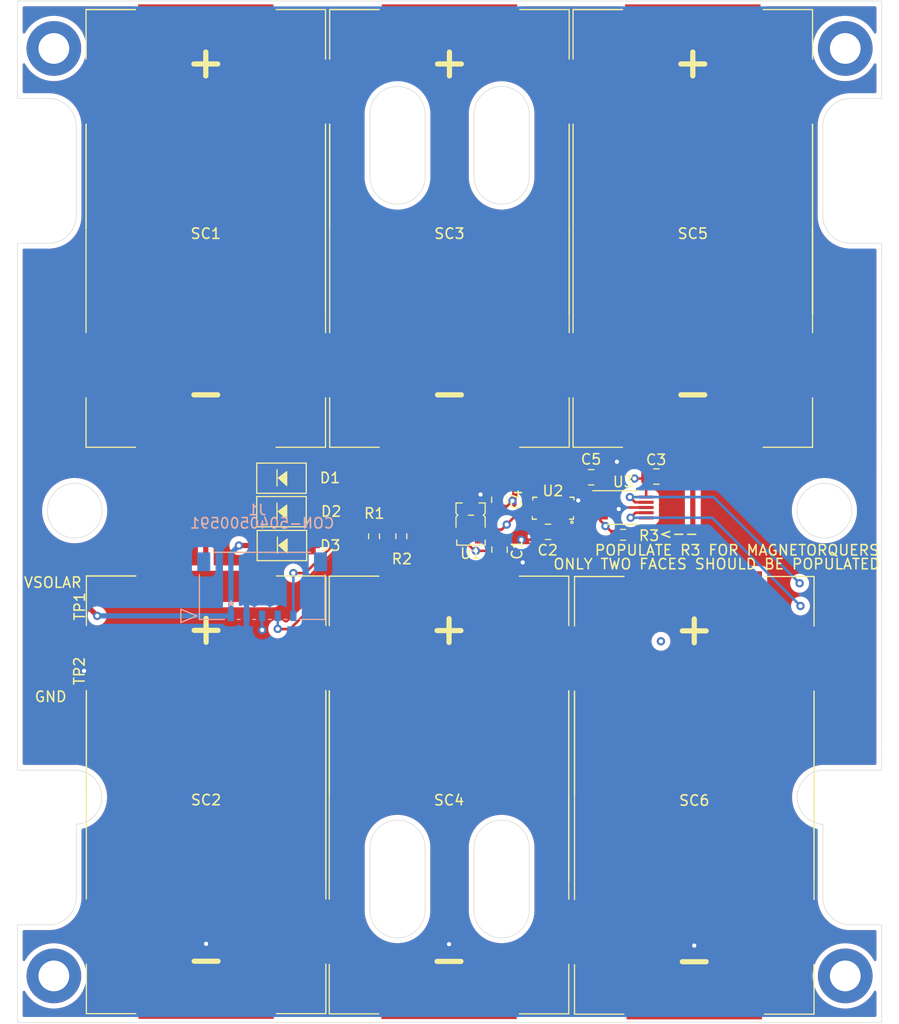
<source format=kicad_pcb>
(kicad_pcb (version 20211014) (generator pcbnew)
  (title_block (title "Yearling 2 XY Faces") (date "2023-01-30") (rev "2.0"))
  (layers (0 "F.Cu" signal) (1 "In1.Cu" signal) (2 "In2.Cu" signal) (31 "B.Cu" signal) (34 "B.Paste" user) (35 "F.Paste" user) (36 "B.SilkS" user "B.Silkscreen") (37 "F.SilkS" user "F.Silkscreen") (38 "B.Mask" user) (39 "F.Mask" user) (44 "Edge.Cuts" user))
  (net 0 "")
  (net 1 "GND")
  (net 2 "+3V3")
  (net 3 "VSOLAR")
  (net 4 "Net-(SC1-Pad2)")
  (net 5 "Net-(SC3-Pad2)")
  (net 6 "Net-(D1-Pad2)")
  (net 7 "Net-(D2-Pad2)")
  (net 8 "SDA")
  (net 9 "SCL")
  (net 10 "Net-(C5-Pad1)")
  (net 18 "Net-(U1-Pad3)")
  (net 19 "Net-(C3-Pad1)")
  (net 22 "Net-(U3-Pad7)")
  (net 23 "Net-(D3-Pad2)")
  (net 24 "Net-(SC5-Pad2)")
  (footprint "SolarPanelBoards:MountingHoles" (layer "F.Cu") (at 106 70.3)
    (fp_text reference "J2" (at 0.54 0.01) (layer "F.SilkS"))
    (fp_text value "Conn_01x01")
    (pad "1" thru_hole circle locked (at 0.5 0) (size 5.25 5.25) (drill 2.95) (layers *.Cu *.Mask))
  )
  (footprint "SolarPanelBoards:MountingHoles" (layer "F.Cu") (at 106 159.3)
    (fp_text reference "J3" (at 0.42 0.13) (layer "F.SilkS"))
    (fp_text value "Conn_01x01")
    (pad "1" thru_hole circle locked (at 0.5 0) (size 5.25 5.25) (drill 2.95) (layers *.Cu *.Mask))
  )
  (footprint "SolarPanelBoards:MountingHoles" (layer "F.Cu") (at 183 70.3)
    (fp_text reference "J4" (at -0.4 0.08) (layer "F.SilkS"))
    (fp_text value "Conn_01x01")
    (pad "1" thru_hole circle locked (at -0.5 0) (size 5.25 5.25) (drill 2.95) (layers *.Cu *.Mask))
  )
  (footprint "SolarPanelBoards:MountingHoles" (layer "F.Cu") (at 183 159.3)
    (fp_text reference "J5" (at -0.62 0.07) (layer "F.SilkS"))
    (fp_text value "Conn_01x01")
    (pad "1" thru_hole circle locked (at -0.5 0) (size 5.25 5.25) (drill 2.95) (layers *.Cu *.Mask))
  )
  (footprint "SolarPanelBoards:MCP9808-NoLeadPackage" (layer "F.Cu") (at 154.45 114.42 90)
    (fp_text reference "U2" (at 1.66 -0.02 180) (layer "F.SilkS"))
    (fp_text value "MCP9808_DFN")
    (fp_line (start 1.05 -1.95) (end 0.8 -1.95) (layer "F.SilkS") (width 0.12))
    (fp_line (start -1.05 -2) (end -0.8 -2) (layer "F.SilkS") (width 0.12))
    (fp_line (start 1.05 -1.65) (end 1.05 -1.55) (layer "F.SilkS") (width 0.12))
    (fp_line (start 1.05 2) (end 1.05 1.7) (layer "F.SilkS") (width 0.12))
    (fp_line (start -1.05 1.95) (end -0.8 1.95) (layer "F.SilkS") (width 0.12))
    (fp_line (start -1.05 -2) (end -1.05 -1.7) (layer "F.SilkS") (width 0.12))
    (fp_line (start -1.05 1.65) (end -1.05 1.95) (layer "F.SilkS") (width 0.12))
    (fp_line (start 1.05 1.7) (end 1.05 1.6) (layer "F.SilkS") (width 0.12))
    (fp_line (start -1.05 1.65) (end -1.05 1.55) (layer "F.SilkS") (width 0.12))
    (fp_line (start 1.05 1.7) (end 1.05 2) (layer "F.SilkS") (width 0.12))
    (fp_line (start 1.05 2) (end 0.8 2) (layer "F.SilkS") (width 0.12))
    (fp_line (start 1.05 -1.65) (end 1.05 -1.95) (layer "F.SilkS") (width 0.12))
    (fp_line (start 1.05 -1.95) (end 1.05 -1.65) (layer "F.SilkS") (width 0.12))
    (fp_line (start -1.05 -1.7) (end -1.05 -1.6) (layer "F.SilkS") (width 0.12))
    (fp_line (start -1.05 -1.7) (end -1.05 -2) (layer "F.SilkS") (width 0.12))
    (fp_line (start -1.05 1.95) (end -1.05 1.65) (layer "F.SilkS") (width 0.12))
    (fp_circle (center -1.35 1.8) (end -1.3 1.8) (layer "F.SilkS") (width 0.12) (fill none))
    (pad "1" smd rect (at -0.75 1.45 90) (size 0.3 0.75) (layers "F.Cu" "F.Paste" "F.Mask") (net 8 "SDA"))
    (pad "2" smd rect (at -0.25 1.45 90) (size 0.3 0.75) (layers "F.Cu" "F.Paste" "F.Mask") (net 9 "SCL"))
    (pad "3" smd rect (at 0.25 1.45 90) (size 0.3 0.75) (layers "F.Cu" "F.Paste" "F.Mask"))
    (pad "4" smd rect (at 0.75 1.45 90) (size 0.3 0.75) (layers "F.Cu" "F.Paste" "F.Mask") (net 1 "GND"))
    (pad "5" smd rect (at 0.75 -1.45 270) (size 0.3 0.75) (layers "F.Cu" "F.Paste" "F.Mask") (net 1 "GND"))
    (pad "6" smd rect (at 0.25 -1.45 270) (size 0.3 0.75) (layers "F.Cu" "F.Paste" "F.Mask") (net 1 "GND"))
    (pad "7" smd rect (at -0.25 -1.45 270) (size 0.3 0.75) (layers "F.Cu" "F.Paste" "F.Mask") (net 1 "GND"))
    (pad "8" smd rect (at -0.75 -1.45 270) (size 0.3 0.75) (layers "F.Cu" "F.Paste" "F.Mask") (net 2 "+3V3"))
    (pad "9" smd rect (at 0 0 90) (size 1.45 1.75) (layers "F.Cu" "F.Paste" "F.Mask") (net 1 "GND"))
  )
  (footprint "SolarPanelBoards:KXOB101K08F-TR" (layer "F.Cu") (at 167.86 87.57)
    (fp_text reference "SC5" (at 0 0.5) (layer "F.SilkS"))
    (fp_text value "SM101K07TF")
    (fp_text user "+" (at 0 -16) (layer "F.SilkS") (effects (font (size 3 3) (thickness 0.5))))
    (fp_text user "-" (at 0 15.75) (layer "F.SilkS") (effects (font (size 3 3) (thickness 0.5))))
    (fp_line (start -6.75 -21) (end -11.5 -21) (layer "F.SilkS") (width 0.12))
    (fp_line (start 11.5 0) (end 11.5 10) (layer "F.SilkS") (width 0.12))
    (fp_line (start -11.5 -10) (end -11.5 10) (layer "F.SilkS") (width 0.12))
    (fp_line (start -11.5 0) (end -11.5 -10) (layer "F.SilkS") (width 0.12))
    (fp_line (start 11.5 0) (end 11.5 -10) (layer "F.SilkS") (width 0.12))
    (fp_line (start 11.5 8.25) (end 11.5 0) (layer "F.SilkS") (width 0.12))
    (fp_line (start -11.5 -21) (end -11.5 -16.25) (layer "F.SilkS") (width 0.12))
    (fp_line (start 11.5 -10) (end 11.5 8.25) (layer "F.SilkS") (width 0.12))
    (fp_line (start -11.5 -21) (end -6.75 -21) (layer "F.SilkS") (width 0.12))
    (fp_line (start -11.5 21) (end -6.75 21) (layer "F.SilkS") (width 0.12))
    (fp_line (start -11.5 21) (end -11.5 16.25) (layer "F.SilkS") (width 0.12))
    (fp_line (start 11.5 -21) (end 11.5 -16.25) (layer "F.SilkS") (width 0.12))
    (fp_line (start 6.75 21) (end 11.5 21) (layer "F.SilkS") (width 0.12))
    (fp_line (start 6.75 -21) (end 11.5 -21) (layer "F.SilkS") (width 0.12))
    (fp_line (start 11.5 21) (end 11.5 16.25) (layer "F.SilkS") (width 0.12))
    (pad "1" smd rect (at 0 -20) (size 13 3) (layers "F.Cu" "F.Paste" "F.Mask") (net 23 "Net-(D3-Pad2)"))
    (pad "2" smd rect (at 0 20) (size 13 3) (layers "F.Cu" "F.Paste" "F.Mask") (net 24 "Net-(SC5-Pad2)"))
  )
  (footprint "SolarPanelBoards:Test Pad" (layer "F.Cu") (at 106.23 123.95 90)
    (fp_text reference "TP1" (at 0.11 2.75 90 unlocked) (layer "F.SilkS"))
    (fp_text value "TestPoint")
    (pad "1" smd roundrect (at 0 0 90) (size 3 3) (layers "F.Cu" "F.Paste" "F.Mask") (net 3 "VSOLAR"))
  )
  (footprint "SolarPanelBoards:DO-214AC" (layer "F.Cu") (at 128.4 118)
    (fp_text reference "D3" (at 4.65 0) (layer "F.SilkS"))
    (fp_text value "CDBA240LL-HF")
    (fp_line (start -2.375 1.45) (end 2.375 1.45) (layer "F.SilkS") (width 0.12))
    (fp_line (start -2.375 1.45) (end -2.375 -1.45) (layer "F.SilkS") (width 0.12))
    (fp_line (start 2.375 1.45) (end 2.375 -1.45) (layer "F.SilkS") (width 0.12))
    (fp_line (start -0.4318 -0.8128) (end -0.4318 0.7366) (layer "F.SilkS") (width 0.12))
    (fp_line (start -2.375 -1.45) (end 2.375 -1.45) (layer "F.SilkS") (width 0.12))
    (fp_poly (pts (xy 0.508 0.7112) (xy -0.3048 -0.0254) (xy 0.508 -0.635)) (layer "F.SilkS") (width 0.1) (fill solid))
    (pad "1" smd rect locked (at -2 0) (size 2.5 1.7) (layers "F.Cu" "F.Paste" "F.Mask") (net 3 "VSOLAR"))
    (pad "2" smd rect locked (at 2 0) (size 2.5 1.7) (layers "F.Cu" "F.Paste" "F.Mask") (net 23 "Net-(D3-Pad2)"))
  )
  (footprint "Capacitor_SMD:C_0805_2012Metric" (layer "F.Cu") (at 149.28 113.61 -90)
    (fp_text reference "C4" (at 0 -1.68 90) (layer "F.SilkS"))
    (fp_text value "1uF")
    (fp_line (start -0.261252 0.735) (end 0.261252 0.735) (layer "F.SilkS") (width 0.12))
    (fp_line (start -0.261252 -0.735) (end 0.261252 -0.735) (layer "F.SilkS") (width 0.12))
    (pad "1" smd roundrect (at -0.95 0 270) (size 1 1.45) (layers "F.Cu" "F.Paste" "F.Mask") (net 1 "GND"))
    (pad "2" smd roundrect (at 0.95 0 270) (size 1 1.45) (layers "F.Cu" "F.Paste" "F.Mask") (net 2 "+3V3"))
  )
  (footprint "SolarPanelBoards:Test Pad" (layer "F.Cu") (at 106.22 130.03 90)
    (fp_text reference "TP2" (at 0 2.73 90 unlocked) (layer "F.SilkS"))
    (fp_text value "TestPoint")
    (pad "1" smd roundrect (at 0 0 90) (size 3 3) (layers "F.Cu" "F.Paste" "F.Mask") (net 1 "GND"))
  )
  (footprint "SolarPanelBoards:DO-214AC" (layer "F.Cu") (at 128.36 111.54)
    (fp_text reference "D1" (at 4.66 -0.03) (layer "F.SilkS"))
    (fp_text value "CDBA240LL-HF")
    (fp_line (start -2.375 1.45) (end -2.375 -1.45) (layer "F.SilkS") (width 0.12))
    (fp_line (start 2.375 1.45) (end 2.375 -1.45) (layer "F.SilkS") (width 0.12))
    (fp_line (start -2.375 1.45) (end 2.375 1.45) (layer "F.SilkS") (width 0.12))
    (fp_line (start -2.375 -1.45) (end 2.375 -1.45) (layer "F.SilkS") (width 0.12))
    (fp_line (start -0.4318 -0.8128) (end -0.4318 0.7366) (layer "F.SilkS") (width 0.12))
    (fp_poly (pts (xy 0.508 0.7112) (xy -0.3048 -0.0254) (xy 0.508 -0.635)) (layer "F.SilkS") (width 0.1) (fill solid))
    (pad "1" smd rect locked (at -2 0) (size 2.5 1.7) (layers "F.Cu" "F.Paste" "F.Mask") (net 3 "VSOLAR"))
    (pad "2" smd rect locked (at 2 0) (size 2.5 1.7) (layers "F.Cu" "F.Paste" "F.Mask") (net 6 "Net-(D1-Pad2)"))
  )
  (footprint "Capacitor_SMD:C_0805_2012Metric" (layer "F.Cu") (at 149.3 118.39 -90)
    (fp_text reference "C1" (at 0 -1.68 90) (layer "F.SilkS"))
    (fp_text value "1uF")
    (fp_line (start -0.261252 -0.735) (end 0.261252 -0.735) (layer "F.SilkS") (width 0.12))
    (fp_line (start -0.261252 0.735) (end 0.261252 0.735) (layer "F.SilkS") (width 0.12))
    (pad "1" smd roundrect (at -0.95 0 270) (size 1 1.45) (layers "F.Cu" "F.Paste" "F.Mask") (net 2 "+3V3"))
    (pad "2" smd roundrect (at 0.95 0 270) (size 1 1.45) (layers "F.Cu" "F.Paste" "F.Mask") (net 1 "GND"))
  )
  (footprint "SolarPanelBoards:KXOB101K08F-TR" (layer "F.Cu") (at 144.49 87.57)
    (fp_text reference "SC3" (at 0 0.5) (layer "F.SilkS"))
    (fp_text value "SM101K07TF")
    (fp_text user "-" (at 0 15.75) (layer "F.SilkS") (effects (font (size 3 3) (thickness 0.5))))
    (fp_text user "+" (at 0 -16) (layer "F.SilkS") (effects (font (size 3 3) (thickness 0.5))))
    (fp_line (start -11.5 0) (end -11.5 -10) (layer "F.SilkS") (width 0.12))
    (fp_line (start -11.5 -10) (end -11.5 10) (layer "F.SilkS") (width 0.12))
    (fp_line (start 6.75 -21) (end 11.5 -21) (layer "F.SilkS") (width 0.12))
    (fp_line (start 11.5 -21) (end 11.5 -16.25) (layer "F.SilkS") (width 0.12))
    (fp_line (start -11.5 -21) (end -11.5 -16.25) (layer "F.SilkS") (width 0.12))
    (fp_line (start 11.5 -10) (end 11.5 8.25) (layer "F.SilkS") (width 0.12))
    (fp_line (start -11.5 21) (end -6.75 21) (layer "F.SilkS") (width 0.12))
    (fp_line (start -11.5 21) (end -11.5 16.25) (layer "F.SilkS") (width 0.12))
    (fp_line (start -6.75 -21) (end -11.5 -21) (layer "F.SilkS") (width 0.12))
    (fp_line (start 11.5 8.25) (end 11.5 0) (layer "F.SilkS") (width 0.12))
    (fp_line (start 6.75 21) (end 11.5 21) (layer "F.SilkS") (width 0.12))
    (fp_line (start 11.5 21) (end 11.5 16.25) (layer "F.SilkS") (width 0.12))
    (fp_line (start -11.5 -21) (end -6.75 -21) (layer "F.SilkS") (width 0.12))
    (fp_line (start 11.5 0) (end 11.5 10) (layer "F.SilkS") (width 0.12))
    (fp_line (start 11.5 0) (end 11.5 -10) (layer "F.SilkS") (width 0.12))
    (pad "1" smd rect (at 0 -20) (size 13 3) (layers "F.Cu" "F.Paste" "F.Mask") (net 7 "Net-(D2-Pad2)"))
    (pad "2" smd rect (at 0 20) (size 13 3) (layers "F.Cu" "F.Paste" "F.Mask") (net 5 "Net-(SC3-Pad2)"))
  )
  (footprint "SolarPanelBoards:KXOB101K08F-TR" (layer "F.Cu") (at 144.45 141.94)
    (fp_text reference "SC4" (at 0 0.5) (layer "F.SilkS"))
    (fp_text value "SM101K07TF")
    (fp_text user "-" (at 0 15.75) (layer "F.SilkS") (effects (font (size 3 3) (thickness 0.5))))
    (fp_text user "+" (at 0 -16) (layer "F.SilkS") (effects (font (size 3 3) (thickness 0.5))))
    (fp_line (start 11.5 0) (end 11.5 -10) (layer "F.SilkS") (width 0.12))
    (fp_line (start -11.5 -10) (end -11.5 10) (layer "F.SilkS") (width 0.12))
    (fp_line (start 11.5 -10) (end 11.5 8.25) (layer "F.SilkS") (width 0.12))
    (fp_line (start -11.5 21) (end -6.75 21) (layer "F.SilkS") (width 0.12))
    (fp_line (start 11.5 8.25) (end 11.5 0) (layer "F.SilkS") (width 0.12))
    (fp_line (start -11.5 0) (end -11.5 -10) (layer "F.SilkS") (width 0.12))
    (fp_line (start 11.5 -21) (end 11.5 -16.25) (layer "F.SilkS") (width 0.12))
    (fp_line (start 11.5 0) (end 11.5 10) (layer "F.SilkS") (width 0.12))
    (fp_line (start -6.75 -21) (end -11.5 -21) (layer "F.SilkS") (width 0.12))
    (fp_line (start -11.5 -21) (end -6.75 -21) (layer "F.SilkS") (width 0.12))
    (fp_line (start 11.5 21) (end 11.5 16.25) (layer "F.SilkS") (width 0.12))
    (fp_line (start 6.75 -21) (end 11.5 -21) (layer "F.SilkS") (width 0.12))
    (fp_line (start 6.75 21) (end 11.5 21) (layer "F.SilkS") (width 0.12))
    (fp_line (start -11.5 -21) (end -11.5 -16.25) (layer "F.SilkS") (width 0.12))
    (fp_line (start -11.5 21) (end -11.5 16.25) (layer "F.SilkS") (width 0.12))
    (pad "1" smd rect (at 0 -20) (size 13 3) (layers "F.Cu" "F.Paste" "F.Mask") (net 5 "Net-(SC3-Pad2)"))
    (pad "2" smd rect (at 0 20) (size 13 3) (layers "F.Cu" "F.Paste" "F.Mask") (net 1 "GND"))
  )
  (footprint "SolarPanelBoards:KXOB101K08F-TR" (layer "F.Cu") (at 121.12 141.92)
    (fp_text reference "SC2" (at 0 0.5) (layer "F.SilkS"))
    (fp_text value "SM101K07TF")
    (fp_text user "+" (at 0 -16) (layer "F.SilkS") (effects (font (size 3 3) (thickness 0.5))))
    (fp_text user "-" (at 0 15.75) (layer "F.SilkS") (effects (font (size 3 3) (thickness 0.5))))
    (fp_line (start 11.5 8.25) (end 11.5 0) (layer "F.SilkS") (width 0.12))
    (fp_line (start -11.5 21) (end -6.75 21) (layer "F.SilkS") (width 0.12))
    (fp_line (start -11.5 21) (end -11.5 16.25) (layer "F.SilkS") (width 0.12))
    (fp_line (start -6.75 -21) (end -11.5 -21) (layer "F.SilkS") (width 0.12))
    (fp_line (start 11.5 -10) (end 11.5 8.25) (layer "F.SilkS") (width 0.12))
    (fp_line (start -11.5 0) (end -11.5 -10) (layer "F.SilkS") (width 0.12))
    (fp_line (start -11.5 -10) (end -11.5 10) (layer "F.SilkS") (width 0.12))
    (fp_line (start 11.5 0) (end 11.5 -10) (layer "F.SilkS") (width 0.12))
    (fp_line (start 11.5 -21) (end 11.5 -16.25) (layer "F.SilkS") (width 0.12))
    (fp_line (start -11.5 -21) (end -6.75 -21) (layer "F.SilkS") (width 0.12))
    (fp_line (start 6.75 -21) (end 11.5 -21) (layer "F.SilkS") (width 0.12))
    (fp_line (start -11.5 -21) (end -11.5 -16.25) (layer "F.SilkS") (width 0.12))
    (fp_line (start 11.5 0) (end 11.5 10) (layer "F.SilkS") (width 0.12))
    (fp_line (start 11.5 21) (end 11.5 16.25) (layer "F.SilkS") (width 0.12))
    (fp_line (start 6.75 21) (end 11.5 21) (layer "F.SilkS") (width 0.12))
    (pad "1" smd rect (at 0 -20) (size 13 3) (layers "F.Cu" "F.Paste" "F.Mask") (net 4 "Net-(SC1-Pad2)"))
    (pad "2" smd rect (at 0 20) (size 13 3) (layers "F.Cu" "F.Paste" "F.Mask") (net 1 "GND"))
  )
  (footprint "SolarPanelBoards:DO-214AC" (layer "F.Cu") (at 128.36 114.75)
    (fp_text reference "D2" (at 4.77 -0.02) (layer "F.SilkS"))
    (fp_text value "CDBA240LL-HF")
    (fp_line (start -2.375 1.45) (end -2.375 -1.45) (layer "F.SilkS") (width 0.12))
    (fp_line (start -2.375 -1.45) (end 2.375 -1.45) (layer "F.SilkS") (width 0.12))
    (fp_line (start 2.375 1.45) (end 2.375 -1.45) (layer "F.SilkS") (width 0.12))
    (fp_line (start -2.375 1.45) (end 2.375 1.45) (layer "F.SilkS") (width 0.12))
    (fp_line (start -0.4318 -0.8128) (end -0.4318 0.7366) (layer "F.SilkS") (width 0.12))
    (fp_poly (pts (xy 0.508 0.7112) (xy -0.3048 -0.0254) (xy 0.508 -0.635)) (layer "F.SilkS") (width 0.1) (fill solid))
    (pad "1" smd rect locked (at -2 0) (size 2.5 1.7) (layers "F.Cu" "F.Paste" "F.Mask") (net 3 "VSOLAR"))
    (pad "2" smd rect locked (at 2 0) (size 2.5 1.7) (layers "F.Cu" "F.Paste" "F.Mask") (net 7 "Net-(D2-Pad2)"))
  )
  (footprint "SolarPanelBoards:KXOB101K08F-TR" (layer "F.Cu") (at 168 141.97)
    (fp_text reference "SC6" (at 0 0.5) (layer "F.SilkS"))
    (fp_text value "SM101K07TF")
    (fp_text user "-" (at 0 15.75) (layer "F.SilkS") (effects (font (size 3 3) (thickness 0.5))))
    (fp_text user "+" (at 0 -16) (layer "F.SilkS") (effects (font (size 3 3) (thickness 0.5))))
    (fp_line (start 11.5 0) (end 11.5 10) (layer "F.SilkS") (width 0.12))
    (fp_line (start -6.75 -21) (end -11.5 -21) (layer "F.SilkS") (width 0.12))
    (fp_line (start -11.5 0) (end -11.5 -10) (layer "F.SilkS") (width 0.12))
    (fp_line (start 6.75 -21) (end 11.5 -21) (layer "F.SilkS") (width 0.12))
    (fp_line (start 11.5 0) (end 11.5 -10) (layer "F.SilkS") (width 0.12))
    (fp_line (start -11.5 21) (end -6.75 21) (layer "F.SilkS") (width 0.12))
    (fp_line (start 6.75 21) (end 11.5 21) (layer "F.SilkS") (width 0.12))
    (fp_line (start -11.5 -10) (end -11.5 10) (layer "F.SilkS") (width 0.12))
    (fp_line (start 11.5 -21) (end 11.5 -16.25) (layer "F.SilkS") (width 0.12))
    (fp_line (start 11.5 8.25) (end 11.5 0) (layer "F.SilkS") (width 0.12))
    (fp_line (start -11.5 21) (end -11.5 16.25) (layer "F.SilkS") (width 0.12))
    (fp_line (start -11.5 -21) (end -6.75 -21) (layer "F.SilkS") (width 0.12))
    (fp_line (start -11.5 -21) (end -11.5 -16.25) (layer "F.SilkS") (width 0.12))
    (fp_line (start 11.5 -10) (end 11.5 8.25) (layer "F.SilkS") (width 0.12))
    (fp_line (start 11.5 21) (end 11.5 16.25) (layer "F.SilkS") (width 0.12))
    (pad "1" smd rect (at 0 -20) (size 13 3) (layers "F.Cu" "F.Paste" "F.Mask") (net 24 "Net-(SC5-Pad2)"))
    (pad "2" smd rect (at 0 20) (size 13 3) (layers "F.Cu" "F.Paste" "F.Mask") (net 1 "GND"))
  )
  (footprint "Capacitor_SMD:C_0805_2012Metric" (layer "F.Cu") (at 153.96 116.69)
    (fp_text reference "C2" (at -0.04 1.76) (layer "F.SilkS"))
    (fp_text value "1uF")
    (fp_line (start -0.261252 -0.735) (end 0.261252 -0.735) (layer "F.SilkS") (width 0.12))
    (fp_line (start -0.261252 0.735) (end 0.261252 0.735) (layer "F.SilkS") (width 0.12))
    (pad "1" smd roundrect (at -0.95 0) (size 1 1.45) (layers "F.Cu" "F.Paste" "F.Mask") (net 2 "+3V3"))
    (pad "2" smd roundrect (at 0.95 0) (size 1 1.45) (layers "F.Cu" "F.Paste" "F.Mask") (net 1 "GND"))
  )
  (footprint "Capacitor_SMD:C_0805_2012Metric" (layer "F.Cu") (at 158.1 111.45 180)
    (fp_text reference "C5" (at 0.01 1.72) (layer "F.SilkS"))
    (fp_text value "1uF")
    (fp_line (start -0.261252 0.735) (end 0.261252 0.735) (layer "F.SilkS") (width 0.12))
    (fp_line (start -0.261252 -0.735) (end 0.261252 -0.735) (layer "F.SilkS") (width 0.12))
    (pad "1" smd roundrect (at -0.95 0 180) (size 1 1.45) (layers "F.Cu" "F.Paste" "F.Mask") (net 10 "Net-(C5-Pad1)"))
    (pad "2" smd roundrect (at 0.95 0 180) (size 1 1.45) (layers "F.Cu" "F.Paste" "F.Mask") (net 1 "GND"))
  )
  (footprint "SolarPanelBoards:APDS-9960" (layer "F.Cu") (at 146.545 115.99 180)
    (fp_text reference "U1" (at 0.025 -2.78) (layer "F.SilkS"))
    (fp_text value "APDS-9960")
    (fp_line (start -1.2 0.9) (end -1.375 1.075) (layer "F.SilkS") (width 0.12))
    (fp_line (start -1.375 1.075) (end -1.375 2.075) (layer "F.SilkS") (width 0.12))
    (fp_line (start 1.25 0.9) (end 1.425 1.075) (layer "F.SilkS") (width 0.12))
    (fp_line (start 1.425 1.075) (end 1.425 2.075) (layer "F.SilkS") (width 0.12))
    (fp_line (start -1.2 0.9) (end -1.375 0.725) (layer "F.SilkS") (width 0.12))
    (fp_line (start 1.425 0.725) (end 1.425 -0.25) (layer "F.SilkS") (width 0.12))
    (fp_line (start 1.35 -1.975) (end 1.35 -1.475) (layer "F.SilkS") (width 0.12))
    (fp_line (start -1.375 2.075) (end -0.775 2.075) (layer "F.SilkS") (width 0.12))
    (fp_line (start 0 0.9) (end -0.25 0.9) (layer "F.SilkS") (width 0.12))
    (fp_line (start -1.375 0.725) (end -1.375 -0.25) (layer "F.SilkS") (width 0.12))
    (fp_line (start 1.425 2.075) (end 0.825 2.075) (layer "F.SilkS") (width 0.12))
    (fp_line (start -1.375 -1.475) (end -1.375 -1.975) (layer "F.SilkS") (width 0.12))
    (fp_line (start 1.25 0.9) (end 1.425 0.725) (layer "F.SilkS") (width 0.12))
    (fp_line (start -1.375 -1.975) (end 1.35 -1.975) (layer "F.SilkS") (width 0.12))
    (fp_line (start -0.25 0.9) (end 0.25 0.9) (layer "F.SilkS") (width 0.12))
    (pad "1" smd rect (at 0.7 -1.455 180) (size 0.6 0.72) (layers "F.Cu" "F.Paste" "F.Mask") (net 8 "SDA"))
    (pad "2" smd rect (at 0.7 -0.485 180) (size 0.6 0.72) (layers "F.Cu" "F.Paste" "F.Mask"))
    (pad "3" smd rect (at 0.7 0.485 180) (size 0.6 0.72) (layers "F.Cu" "F.Paste" "F.Mask") (net 18 "Net-(U1-Pad3)"))
    (pad "4" smd rect (at 0.7 1.455 180) (size 0.6 0.72) (layers "F.Cu" "F.Paste" "F.Mask") (net 18 "Net-(U1-Pad3)"))
    (pad "5" smd rect (at -0.7 1.455 180) (size 0.6 0.72) (layers "F.Cu" "F.Paste" "F.Mask") (net 2 "+3V3"))
    (pad "6" smd rect (at -0.7 0.485 180) (size 0.6 0.72) (layers "F.Cu" "F.Paste" "F.Mask") (net 1 "GND"))
    (pad "7" smd rect (at -0.7 -0.485 180) (size 0.6 0.72) (layers "F.Cu" "F.Paste" "F.Mask") (net 9 "SCL"))
    (pad "8" smd rect (at -0.7 -1.455 180) (size 0.6 0.72) (layers "F.Cu" "F.Paste" "F.Mask") (net 2 "+3V3"))
  )
  (footprint "Resistor_SMD:R_0603_1608Metric" (layer "F.Cu") (at 139.87 117.115 90)
    (fp_text reference "R2" (at -2.175 0.05) (layer "F.SilkS"))
    (fp_text value "10-kOhm")
    (fp_line (start -0.237258 -0.5225) (end 0.237258 -0.5225) (layer "F.SilkS") (width 0.12))
    (fp_line (start -0.237258 0.5225) (end 0.237258 0.5225) (layer "F.SilkS") (width 0.12))
    (pad "1" smd roundrect (at -0.825 0 90) (size 0.8 0.95) (layers "F.Cu" "F.Paste" "F.Mask") (net 2 "+3V3"))
    (pad "2" smd roundrect (at 0.825 0 90) (size 0.8 0.95) (layers "F.Cu" "F.Paste" "F.Mask") (net 8 "SDA"))
  )
  (footprint "Resistor_SMD:R_0603_1608Metric" (layer "F.Cu") (at 161.165 116.97 180)
    (fp_text reference "R3" (at -2.495 -0.08) (layer "F.SilkS"))
    (fp_text value "0-Ohm")
    (fp_line (start -0.237258 0.5225) (end 0.237258 0.5225) (layer "F.SilkS") (width 0.12))
    (fp_line (start -0.237258 -0.5225) (end 0.237258 -0.5225) (layer "F.SilkS") (width 0.12))
    (pad "1" smd roundrect (at -0.825 0 180) (size 0.8 0.95) (layers "F.Cu" "F.Paste" "F.Mask") (net 2 "+3V3"))
    (pad "2" smd roundrect (at 0.825 0 180) (size 0.8 0.95) (layers "F.Cu" "F.Paste" "F.Mask") (net 19 "Net-(C3-Pad1)"))
  )
  (footprint "Resistor_SMD:R_0603_1608Metric" (layer "F.Cu") (at 137.25 117.115 -90)
    (fp_text reference "R1" (at -2.195 -0.02) (layer "F.SilkS"))
    (fp_text value "10-kOhm")
    (fp_line (start -0.237258 -0.5225) (end 0.237258 -0.5225) (layer "F.SilkS") (width 0.12))
    (fp_line (start -0.237258 0.5225) (end 0.237258 0.5225) (layer "F.SilkS") (width 0.12))
    (pad "1" smd roundrect (at -0.825 0 270) (size 0.8 0.95) (layers "F.Cu" "F.Paste" "F.Mask") (net 2 "+3V3"))
    (pad "2" smd roundrect (at 0.825 0 270) (size 0.8 0.95) (layers "F.Cu" "F.Paste" "F.Mask") (net 9 "SCL"))
  )
  (footprint "Capacitor_SMD:C_0805_2012Metric" (layer "F.Cu") (at 164.36 111.38)
    (fp_text reference "C3" (at -0.02 -1.61 180) (layer "F.SilkS"))
    (fp_text value "1uF")
    (fp_line (start -0.261252 0.735) (end 0.261252 0.735) (layer "F.SilkS") (width 0.12))
    (fp_line (start -0.261252 -0.735) (end 0.261252 -0.735) (layer "F.SilkS") (width 0.12))
    (pad "1" smd roundrect (at -0.95 0) (size 1 1.45) (layers "F.Cu" "F.Paste" "F.Mask") (net 19 "Net-(C3-Pad1)"))
    (pad "2" smd roundrect (at 0.95 0) (size 1 1.45) (layers "F.Cu" "F.Paste" "F.Mask") (net 1 "GND"))
  )
  (footprint "SolarPanelBoards:KXOB101K08F-TR" (layer "F.Cu") (at 121.09 87.57)
    (fp_text reference "SC1" (at 0 0.5) (layer "F.SilkS"))
    (fp_text value "SM101K07TF")
    (fp_text user "+" (at 0 -16) (layer "F.SilkS") (effects (font (size 3 3) (thickness 0.5))))
    (fp_text user "-" (at 0 15.75) (layer "F.SilkS") (effects (font (size 3 3) (thickness 0.5))))
    (fp_line (start 11.5 -21) (end 11.5 -16.25) (layer "F.SilkS") (width 0.12))
    (fp_line (start -6.75 -21) (end -11.5 -21) (layer "F.SilkS") (width 0.12))
    (fp_line (start 6.75 21) (end 11.5 21) (layer "F.SilkS") (width 0.12))
    (fp_line (start -11.5 21) (end -11.5 16.25) (layer "F.SilkS") (width 0.12))
    (fp_line (start 11.5 8.25) (end 11.5 0) (layer "F.SilkS") (width 0.12))
    (fp_line (start -11.5 21) (end -6.75 21) (layer "F.SilkS") (width 0.12))
    (fp_line (start 11.5 21) (end 11.5 16.25) (layer "F.SilkS") (width 0.12))
    (fp_line (start -11.5 -21) (end -11.5 -16.25) (layer "F.SilkS") (width 0.12))
    (fp_line (start 11.5 0) (end 11.5 -10) (layer "F.SilkS") (width 0.12))
    (fp_line (start 6.75 -21) (end 11.5 -21) (layer "F.SilkS") (width 0.12))
    (fp_line (start 11.5 0) (end 11.5 10) (layer "F.SilkS") (width 0.12))
    (fp_line (start 11.5 -10) (end 11.5 8.25) (layer "F.SilkS") (width 0.12))
    (fp_line (start -11.5 -10) (end -11.5 10) (layer "F.SilkS") (width 0.12))
    (fp_line (start -11.5 0) (end -11.5 -10) (layer "F.SilkS") (width 0.12))
    (fp_line (start -11.5 -21) (end -6.75 -21) (layer "F.SilkS") (width 0.12))
    (pad "1" smd rect (at 0 -20) (size 13 3) (layers "F.Cu" "F.Paste" "F.Mask") (net 6 "Net-(D1-Pad2)"))
    (pad "2" smd rect (at 0 20) (size 13 3) (layers "F.Cu" "F.Paste" "F.Mask") (net 4 "Net-(SC1-Pad2)"))
  )
  (footprint "Package_SO:VSSOP-10_3x3mm_P0.5mm" (layer "F.Cu") (at 161.18 114.35)
    (fp_text reference "U3" (at 0 -2.45) (layer "F.SilkS"))
    (fp_text value "DRV2605LDGS")
    (fp_line (start 0 1.61) (end 1.5 1.61) (layer "F.SilkS") (width 0.12))
    (fp_line (start 0 -1.61) (end -2.925 -1.61) (layer "F.SilkS") (width 0.12))
    (fp_line (start 0 -1.61) (end 1.5 -1.61) (layer "F.SilkS") (width 0.12))
    (fp_line (start 0 1.61) (end -1.5 1.61) (layer "F.SilkS") (width 0.12))
    (pad "1" smd roundrect (at -2.2 -1) (size 1.45 0.3) (layers "F.Cu" "F.Paste" "F.Mask") (net 10 "Net-(C5-Pad1)"))
    (pad "2" smd roundrect (at -2.2 -0.5) (size 1.45 0.3) (layers "F.Cu" "F.Paste" "F.Mask") (net 9 "SCL"))
    (pad "3" smd roundrect (at -2.2 0) (size 1.45 0.3) (layers "F.Cu" "F.Paste" "F.Mask") (net 8 "SDA"))
    (pad "4" smd roundrect (at -2.2 0.5) (size 1.45 0.3) (layers "F.Cu" "F.Paste" "F.Mask") (net 1 "GND"))
    (pad "5" smd roundrect (at -2.2 1) (size 1.45 0.3) (layers "F.Cu" "F.Paste" "F.Mask") (net 19 "Net-(C3-Pad1)"))
    (pad "6" smd roundrect (at 2.2 1) (size 1.45 0.3) (layers "F.Cu" "F.Paste" "F.Mask"))
    (pad "7" smd roundrect (at 2.2 0.5) (size 1.45 0.3) (layers "F.Cu" "F.Paste" "F.Mask") (net 22 "Net-(U3-Pad7)"))
    (pad "8" smd roundrect (at 2.2 0) (size 1.45 0.3) (layers "F.Cu" "F.Paste" "F.Mask") (net 1 "GND"))
    (pad "9" smd roundrect (at 2.2 -0.5) (size 1.45 0.3) (layers "F.Cu" "F.Paste" "F.Mask") (net 22 "Net-(U3-Pad7)"))
    (pad "10" smd roundrect (at 2.2 -1) (size 1.45 0.3) (layers "F.Cu" "F.Paste" "F.Mask") (net 19 "Net-(C3-Pad1)"))
  )
  (footprint "SolarPanelBoards:CON_5040500591" (layer "B.Cu") (at 123.5 124.75 180)
    (fp_text reference "J1" (at -2.54 10.16) (layer "B.SilkS") (effects (justify mirror)))
    (fp_text value "CON-5040500591" (at -3.000002 8.89) (layer "B.SilkS") (effects (justify mirror)))
    (fp_text user "*" (at -0.02 0.88) (layer "B.SilkS") (effects (justify mirror)))
    (fp_line (start -9.024989 -0.34) (end -6.620041 -0.34) (layer "B.SilkS") (width 0.12))
    (fp_line (start -9.024989 3.96996) (end -9.024989 -0.34) (layer "B.SilkS") (width 0.12))
    (fp_line (start -2.379959 -0.34) (end -2.12004 -0.34) (layer "B.SilkS") (width 0.12))
    (fp_line (start -3.879961 -0.34) (end -3.620039 -0.34) (layer "B.SilkS") (width 0.12))
    (fp_line (start 4.802987 -0.635) (end 3.278987 0) (layer "B.SilkS") (width 0.12))
    (fp_line (start -5.379961 -0.34) (end -5.120041 -0.34) (layer "B.SilkS") (width 0.12))
    (fp_line (start 1.660115 6.1) (end -7.660116 6.1) (layer "B.SilkS") (width 0.12))
    (fp_line (start 3.278987 0) (end 4.802987 0.635) (layer "B.SilkS") (width 0.12))
    (fp_line (start -0.87996 -0.34) (end -0.62004 -0.34) (layer "B.SilkS") (width 0.12))
    (fp_line (start 0.62004 -0.34) (end 3.024988 -0.34) (layer "B.SilkS") (width 0.12))
    (fp_line (start 4.802987 0.635) (end 4.802987 -0.635) (layer "B.SilkS") (width 0.12))
    (fp_line (start 3.024988 -0.34) (end 3.024988 3.96996) (layer "B.SilkS") (width 0.12))
    (pad "1" smd rect locked (at 0 0 180) (size 0.6 1) (layers "B.Cu" "B.Paste" "B.Mask") (net 3 "VSOLAR"))
    (pad "2" smd rect locked (at -1.5 0 180) (size 0.6 1) (layers "B.Cu" "B.Paste" "B.Mask") (net 1 "GND"))
    (pad "3" smd rect locked (at -2.999999 0 180) (size 0.6 1) (layers "B.Cu" "B.Paste" "B.Mask") (net 2 "+3V3"))
    (pad "4" smd rect locked (at -4.500001 0 180) (size 0.6 1) (layers "B.Cu" "B.Paste" "B.Mask") (net 9 "SCL"))
    (pad "5" smd rect locked (at -6.000001 0 180) (size 0.6 1) (layers "B.Cu" "B.Paste" "B.Mask") (net 8 "SDA"))
    (pad "6" smd rect locked (at 2.604999 5.19 180) (size 1.25 1.8) (layers "B.Cu" "B.Paste" "B.Mask"))
    (pad "7" smd rect locked (at -8.604999 5.19 180) (size 1.25 1.8) (layers "B.Cu" "B.Paste" "B.Mask"))
  )
  (gr_line (start 136.85 153) (end 136.85 147) (layer "Edge.Cuts") (width 0.05))
  (gr_line (start 142.15 153) (end 142.15 147) (layer "Edge.Cuts") (width 0.05))
  (gr_line (start 146.85 147) (end 146.85 153) (layer "Edge.Cuts") (width 0.05))
  (gr_line (start 152.15 153) (end 152.15 147) (layer "Edge.Cuts") (width 0.05))
  (gr_line (start 142.15 76.6) (end 142.15 82.6) (layer "Edge.Cuts") (width 0.05))
  (gr_line (start 136.85 76.6) (end 136.85 82.6) (layer "Edge.Cuts") (width 0.05))
  (gr_line (start 146.85 76.6) (end 146.85 82.6) (layer "Edge.Cuts") (width 0.05))
  (gr_line (start 152.15 76.6) (end 152.15 82.6) (layer "Edge.Cuts") (width 0.05))
  (gr_line (start 186 65.75) (end 103 65.75) (layer "Edge.Cuts") (width 0.05))
  (gr_circle (center 180.5 114.65) (end 183.125 114.65) (layer "Edge.Cuts") (width 0.05) (fill none))
  (gr_line (start 108.744606 139.55719) (end 103 139.55719) (layer "Edge.Cuts") (width 0.05))
  (gr_arc (start 180.350001 144.749999) (mid 177.895915 142.199891) (end 180.25 139.55719) (layer "Edge.Cuts") (width 0.05))
  (gr_line (start 186 163.75) (end 186 156.45) (layer "Edge.Cuts") (width 0.05))
  (gr_line (start 186 73.1) (end 186 65.75) (layer "Edge.Cuts") (width 0.05))
  (gr_line (start 106 75.1) (end 103 75.1) (layer "Edge.Cuts") (width 0.05))
  (gr_arc (start 106 75.1) (mid 107.873833 75.876167) (end 108.65 77.75) (layer "Edge.Cuts") (width 0.05))
  (gr_arc (start 108.65 86.35) (mid 107.873833 88.223833) (end 106 89) (layer "Edge.Cuts") (width 0.05))
  (gr_line (start 106 89) (end 103 89) (layer "Edge.Cuts") (width 0.05))
  (gr_line (start 108.65 77.75) (end 108.65 86.35) (layer "Edge.Cuts") (width 0.05))
  (gr_arc (start 180.35 77.75) (mid 181.126167 75.876167) (end 183 75.1) (layer "Edge.Cuts") (width 0.05))
  (gr_arc (start 183 89) (mid 181.126167 88.223833) (end 180.35 86.35) (layer "Edge.Cuts") (width 0.05))
  (gr_line (start 183 75.1) (end 186 75.1) (layer "Edge.Cuts") (width 0.05))
  (gr_line (start 180.35 77.75) (end 180.35 86.35) (layer "Edge.Cuts") (width 0.05))
  (gr_line (start 183 89) (end 186 89) (layer "Edge.Cuts") (width 0.05))
  (gr_line (start 103 65.75) (end 103 75.1) (layer "Edge.Cuts") (width 0.05))
  (gr_line (start 103 89) (end 103 139.55719) (layer "Edge.Cuts") (width 0.05))
  (gr_line (start 103 154.4) (end 103 163.75) (layer "Edge.Cuts") (width 0.05))
  (gr_line (start 186 156.45) (end 186 154.4) (layer "Edge.Cuts") (width 0.05))
  (gr_line (start 186 75.1) (end 186 73.1) (layer "Edge.Cuts") (width 0.05))
  (gr_line (start 185.994606 139.55719) (end 180.25 139.55719) (layer "Edge.Cuts") (width 0.05))
  (gr_arc (start 142.15 82.6) (mid 139.5 85.25) (end 136.85 82.6) (layer "Edge.Cuts") (width 0.05))
  (gr_arc (start 108.744606 139.55719) (mid 111.10389 142.19744) (end 108.649999 144.749999) (layer "Edge.Cuts") (width 0.05))
  (gr_line (start 108.65 151.75) (end 108.65 144.75) (layer "Edge.Cuts") (width 0.05))
  (gr_arc (start 146.85 76.6) (mid 149.5 73.95) (end 152.15 76.6) (layer "Edge.Cuts") (width 0.05))
  (gr_arc (start 136.85 76.6) (mid 139.5 73.95) (end 142.15 76.6) (layer "Edge.Cuts") (width 0.05))
  (gr_line (start 103 163.75) (end 186 163.75) (layer "Edge.Cuts") (width 0.05))
  (gr_arc (start 136.85 147) (mid 139.5 144.35) (end 142.15 147) (layer "Edge.Cuts") (width 0.05))
  (gr_line (start 180.35 151.75) (end 180.35 144.75) (layer "Edge.Cuts") (width 0.05))
  (gr_line (start 106 154.4) (end 103 154.4) (layer "Edge.Cuts") (width 0.05))
  (gr_arc (start 142.15 153) (mid 139.5 155.65) (end 136.85 153) (layer "Edge.Cuts") (width 0.05))
  (gr_arc (start 146.85 147) (mid 149.5 144.35) (end 152.15 147) (layer "Edge.Cuts") (width 0.05))
  (gr_arc (start 108.65 151.75) (mid 107.873833 153.623833) (end 106 154.4) (layer "Edge.Cuts") (width 0.05))
  (gr_arc (start 183 154.4) (mid 181.126167 153.623833) (end 180.35 151.75) (layer "Edge.Cuts") (width 0.05))
  (gr_arc (start 152.15 153) (mid 149.5 155.65) (end 146.85 153) (layer "Edge.Cuts") (width 0.05))
  (gr_line (start 183 154.4) (end 186 154.4) (layer "Edge.Cuts") (width 0.05))
  (gr_line (start 186 89) (end 185.994606 139.55719) (layer "Edge.Cuts") (width 0.05))
  (gr_arc (start 152.15 82.6) (mid 149.5 85.25) (end 146.85 82.6) (layer "Edge.Cuts") (width 0.05))
  (gr_circle (center 108.5 114.65) (end 111.125 114.65) (layer "Edge.Cuts") (width 0.05) (fill none))
  (gr_text "GND" (at 106.19 132.51) (layer "F.SilkS") (effects (font (size 1 1))))
  (gr_text "POPULATE R3 FOR MAGNETORQUERS" (at 172.1 118.45) (layer "F.SilkS") (effects (font (size 1 1))))
  (gr_text "<--" (at 166.51 116.85) (layer "F.SilkS") (effects (font (size 1 1))))
  (gr_text "ONLY TWO FACES SHOULD BE POPULATED" (at 170.15 119.78) (layer "F.SilkS") (effects (font (size 1 1))))
  (gr_text "VSOLAR" (at 106.4 121.55) (layer "F.SilkS") (effects (font (size 1 1))))
  (segment (start 153 113.67) (end 153 114.67) (width 0.25) (layer "F.Cu") (net 1))
  (segment (start 158.36 109.96) (end 158.75 109.96) (width 0.25) (layer "F.Cu") (net 1))
  (segment (start 163.89 109.96) (end 165.31 111.38) (width 0.25) (layer "F.Cu") (net 1))
  (segment (start 158.75 109.96) (end 160.57 109.96) (width 0.25) (layer "F.Cu") (net 1))
  (segment (start 155.9 113.67) (end 155.2 113.67) (width 0.25) (layer "F.Cu") (net 1))
  (segment (start 149.28 112.66) (end 147.92 112.66) (width 0.25) (layer "F.Cu") (net 1))
  (segment (start 109.4 130.03) (end 106.05 130.03) (width 0.5) (layer "F.Cu") (net 1))
  (segment (start 154.91 116.69) (end 154.91 114.88) (width 0.25) (layer "F.Cu") (net 1))
  (segment (start 155.9 113.67) (end 156.86 113.67) (width 0.25) (layer "F.Cu") (net 1))
  (segment (start 157.15 111.45) (end 157.15 111.17) (width 0.25) (layer "F.Cu") (net 1))
  (segment (start 144.45 161.94) (end 144.45 156.25) (width 0.5) (layer "F.Cu") (net 1))
  (segment (start 149.3 119.34) (end 151.25 119.34) (width 0.25) (layer "F.Cu") (net 1))
  (segment (start 160.9 114.35) (end 160.75 114.5) (width 0.25) (layer "F.Cu") (net 1))
  (segment (start 160.57 109.96) (end 163.89 109.96) (width 0.25) (layer "F.Cu") (net 1))
  (segment (start 154.91 114.88) (end 154.45 114.42) (width 0.25) (layer "F.Cu") (net 1))
  (segment (start 168 161.97) (end 168 156.39) (width 0.5) (layer "F.Cu") (net 1))
  (segment (start 146.53 115.34) (end 146.53 114.05) (width 0.25) (layer "F.Cu") (net 1))
  (segment (start 158.98 114.85) (end 160.4 114.85) (width 0.25) (layer "F.Cu") (net 1))
  (segment (start 157.15 111.17) (end 158.36 109.96) (width 0.25) (layer "F.Cu") (net 1))
  (segment (start 121.12 161.92) (end 121.12 156.22) (width 0.5) (layer "F.Cu") (net 1))
  (segment (start 154.2 114.17) (end 154.45 114.42) (width 0.25) (layer "F.Cu") (net 1))
  (segment (start 160.4 114.85) (end 160.75 114.5) (width 0.25) (layer "F.Cu") (net 1))
  (segment (start 147.92 112.66) (end 147.475 113.105) (width 0.25) (layer "F.Cu") (net 1))
  (segment (start 151.25 119.34) (end 151.53 119.62) (width 0.25) (layer "F.Cu") (net 1))
  (segment (start 155.2 113.67) (end 154.485 114.385) (width 0.25) (layer "F.Cu") (net 1))
  (segment (start 146.695 115.505) (end 146.53 115.34) (width 0.25) (layer "F.Cu") (net 1))
  (segment (start 147.245 115.505) (end 146.695 115.505) (width 0.25) (layer "F.Cu") (net 1))
  (segment (start 147.475 113.105) (end 146.53 114.05) (width 0.25) (layer "F.Cu") (net 1))
  (segment (start 153 114.17) (end 154.2 114.17) (width 0.25) (layer "F.Cu") (net 1))
  (segment (start 163.38 114.35) (end 160.9 114.35) (width 0.25) (layer "F.Cu") (net 1))
  (segment (start 154.485 114.385) (end 154.45 114.42) (width 0.25) (layer "F.Cu") (net 1))
  (via (at 168 156.39) (size 0.8) (drill 0.4) (layers "F.Cu" "B.Cu") (net 1))
  (via (at 156.86 113.67) (size 0.8) (drill 0.4) (layers "F.Cu" "B.Cu") (net 1))
  (via (at 160.57 109.96) (size 0.8) (drill 0.4) (layers "F.Cu" "B.Cu") (net 1))
  (via (at 109.4 130.03) (size 0.8) (drill 0.4) (layers "F.Cu" "B.Cu") (net 1))
  (via (at 144.45 156.25) (size 0.8) (drill 0.4) (layers "F.Cu" "B.Cu") (net 1))
  (via (at 147.475 113.105) (size 0.8) (drill 0.4) (layers "F.Cu" "B.Cu") (net 1))
  (via (at 151.53 119.62) (size 0.8) (drill 0.4) (layers "F.Cu" "B.Cu") (net 1))
  (via (at 121.12 156.22) (size 0.8) (drill 0.4) (layers "F.Cu" "B.Cu") (net 1))
  (via (at 160.75 114.5) (size 0.8) (drill 0.4) (layers "F.Cu" "B.Cu") (net 1))
  (segment (start 126.51 125.48) (end 126.51 126.1) (width 0.25) (layer "F.Cu") (net 2))
  (segment (start 153.01 116.69) (end 153.01 115.18) (width 0.25) (layer "F.Cu") (net 2))
  (segment (start 149.3 117.44) (end 147.25 117.44) (width 0.25) (layer "F.Cu") (net 2))
  (segment (start 147.245 114.535) (end 149.255 114.535) (width 0.25) (layer "F.Cu") (net 2))
  (segment (start 149.3 117.44) (end 151.39 117.44) (width 0.25) (layer "F.Cu") (net 2))
  (segment (start 137.25 116.29) (end 138.22 116.29) (width 0.25) (layer "F.Cu") (net 2))
  (segment (start 147.25 117.44) (end 147.245 117.445) (width 0.25) (layer "F.Cu") (net 2))
  (segment (start 153.01 115.18) (end 153 115.17) (width 0.25) (layer "F.Cu") (net 2))
  (segment (start 149.255 114.535) (end 149.28 114.56) (width 0.25) (layer "F.Cu") (net 2))
  (segment (start 151.39 117.44) (end 152.26 117.44) (width 0.25) (layer "F.Cu") (net 2))
  (segment (start 152.26 117.44) (end 153.01 116.69) (width 0.25) (layer "F.Cu") (net 2))
  (segment (start 135.7 116.29) (end 126.51 125.48) (width 0.25) (layer "F.Cu") (net 2))
  (segment (start 149.69 114.56) (end 150.54 113.71) (width 0.25) (layer "F.Cu") (net 2))
  (segment (start 138.22 116.29) (end 139.87 117.94) (width 0.25) (layer "F.Cu") (net 2))
  (segment (start 137.25 116.29) (end 135.7 116.29) (width 0.25) (layer "F.Cu") (net 2))
  (segment (start 149.28 114.56) (end 149.69 114.56) (width 0.25) (layer "F.Cu") (net 2))
  (via (at 150.54 113.71) (size 0.8) (drill 0.4) (layers "F.Cu" "B.Cu") (net 2))
  (via (at 126.51 126.1) (size 0.8) (drill 0.4) (layers "F.Cu" "B.Cu") (net 2))
  (via (at 151.39 117.44) (size 0.8) (drill 0.4) (layers "F.Cu" "B.Cu") (net 2))
  (segment (start 126.499999 126.089999) (end 126.51 126.1) (width 0.25) (layer "B.Cu") (net 2))
  (segment (start 126.499999 124.75) (end 126.499999 126.089999) (width 0.25) (layer "B.Cu") (net 2))
  (segment (start 126.36 117.96) (end 126.4 118) (width 0.5) (layer "F.Cu") (net 3))
  (segment (start 126.36 111.54) (end 126.36 117.96) (width 0.5) (layer "F.Cu") (net 3))
  (segment (start 126.4 118) (end 124.27 118) (width 0.5) (layer "F.Cu") (net 3))
  (segment (start 109.86 123.95) (end 110.66 124.75) (width 0.5) (layer "F.Cu") (net 3))
  (segment (start 106.23 123.95) (end 109.86 123.95) (width 0.5) (layer "F.Cu") (net 3))
  (via (at 124.27 118) (size 0.8) (drill 0.4) (layers "F.Cu" "B.Cu") (net 3))
  (via (at 110.66 124.75) (size 0.8) (drill 0.4) (layers "F.Cu" "B.Cu") (net 3))
  (segment (start 123.5 124.75) (end 110.66 124.75) (width 0.5) (layer "B.Cu") (net 3))
  (segment (start 123.5 118.77) (end 124.27 118) (width 0.5) (layer "B.Cu") (net 3))
  (segment (start 123.5 124.75) (end 123.5 118.77) (width 0.5) (layer "B.Cu") (net 3))
  (segment (start 121.09 107.57) (end 121.09 121.89) (width 0.5) (layer "F.Cu") (net 4))
  (segment (start 121.09 121.89) (end 121.12 121.92) (width 0.5) (layer "F.Cu") (net 4))
  (segment (start 144.49 121.9) (end 144.45 121.94) (width 0.5) (layer "F.Cu") (net 5))
  (segment (start 144.49 107.57) (end 144.49 121.9) (width 0.5) (layer "F.Cu") (net 5))
  (segment (start 130.36 76.84) (end 130.36 111.54) (width 0.5) (layer "F.Cu") (net 6))
  (segment (start 121.09 67.57) (end 130.36 76.84) (width 0.5) (layer "F.Cu") (net 6))
  (segment (start 144.49 93.92) (end 133.24 105.17) (width 0.5) (layer "F.Cu") (net 7))
  (segment (start 133.24 111.87) (end 133.24 105.17) (width 0.5) (layer "F.Cu") (net 7))
  (segment (start 130.36 114.75) (end 133.24 111.87) (width 0.5) (layer "F.Cu") (net 7))
  (segment (start 144.49 67.57) (end 144.49 93.92) (width 0.5) (layer "F.Cu") (net 7))
  (segment (start 155.9 115.17) (end 157.369315 115.17) (width 0.25) (layer "F.Cu") (net 8))
  (segment (start 157.369315 115.17) (end 158.189315 114.35) (width 0.25) (layer "F.Cu") (net 8))
  (segment (start 136.43 114.85) (end 138.43 114.85) (width 0.25) (layer "F.Cu") (net 8))
  (segment (start 155.9 117.44) (end 154.83 118.51) (width 0.25) (layer "F.Cu") (net 8))
  (segment (start 146.91 118.51) (end 145.845 117.445) (width 0.25) (layer "F.Cu") (net 8))
  (segment (start 154.83 118.51) (end 147.03 118.51) (width 0.25) (layer "F.Cu") (net 8))
  (segment (start 129.5 120.644998) (end 130.635002 120.644998) (width 0.25) (layer "F.Cu") (net 8))
  (segment (start 138.43 114.85) (end 139.87 116.29) (width 0.25) (layer "F.Cu") (net 8))
  (segment (start 158.189315 114.35) (end 158.98 114.35) (width 0.25) (layer "F.Cu") (net 8))
  (segment (start 155.9 115.17) (end 155.9 117.44) (width 0.25) (layer "F.Cu") (net 8))
  (segment (start 147.03 118.51) (end 146.91 118.51) (width 0.25) (layer "F.Cu") (net 8))
  (segment (start 130.635002 120.644998) (end 136.43 114.85) (width 0.25) (layer "F.Cu") (net 8))
  (via (at 147.03 118.51) (size 0.8) (drill 0.4) (layers "F.Cu" "B.Cu") (net 8))
  (via (at 129.5 120.644998) (size 0.8) (drill 0.4) (layers "F.Cu" "B.Cu") (net 8))
  (segment (start 129.5 120.644998) (end 129.500001 124.75) (width 0.25) (layer "B.Cu") (net 8))
  (segment (start 151.57 114.41) (end 149.99 115.99) (width 0.25) (layer "F.Cu") (net 9))
  (segment (start 137.25 117.94) (end 129.17 126.02) (width 0.25) (layer "F.Cu") (net 9))
  (segment (start 157.159315 112.82) (end 152.37 112.82) (width 0.25) (layer "F.Cu") (net 9))
  (segment (start 158.98 113.85) (end 158.189315 113.85) (width 0.25) (layer "F.Cu") (net 9))
  (segment (start 158.189315 113.85) (end 157.705305 113.85) (width 0.25) (layer "F.Cu") (net 9))
  (segment (start 152.37 112.82) (end 151.57 113.62) (width 0.25) (layer "F.Cu") (net 9))
  (segment (start 149.505 116.475) (end 149.99 115.99) (width 0.25) (layer "F.Cu") (net 9))
  (segment (start 157.705305 113.85) (end 156.885305 114.67) (width 0.25) (layer "F.Cu") (net 9))
  (segment (start 129.17 126.02) (end 128.02 126.02) (width 0.25) (layer "F.Cu") (net 9))
  (segment (start 156.885305 114.67) (end 155.9 114.67) (width 0.25) (layer "F.Cu") (net 9))
  (segment (start 151.57 113.62) (end 151.57 114.41) (width 0.25) (layer "F.Cu") (net 9))
  (segment (start 158.189315 113.85) (end 157.159315 112.82) (width 0.25) (layer "F.Cu") (net 9))
  (segment (start 147.245 116.475) (end 149.505 116.475) (width 0.25) (layer "F.Cu") (net 9))
  (via (at 128.000001 126.000001) (size 0.8) (drill 0.4) (layers "F.Cu" "B.Cu") (net 9))
  (via (at 149.99 115.99) (size 0.8) (drill 0.4) (layers "F.Cu" "B.Cu") (net 9))
  (segment (start 128.000001 124.75) (end 128.000001 126.000001) (width 0.25) (layer "B.Cu") (net 9))
  (segment (start 159.05 111.45) (end 159.05 113.28) (width 0.25) (layer "F.Cu") (net 10))
  (segment (start 159.05 113.28) (end 158.98 113.35) (width 0.25) (layer "F.Cu") (net 10))
  (segment (start 145.845 114.535) (end 145.845 115.505) (width 0.25) (layer "F.Cu") (net 18))
  (segment (start 163.41 111.57) (end 162.26 111.57) (width 0.25) (layer "F.Cu") (net 19))
  (segment (start 158.98 115.35) (end 158.98 115.61) (width 0.25) (layer "F.Cu") (net 19))
  (segment (start 158.98 115.61) (end 160.34 116.97) (width 0.25) (layer "F.Cu") (net 19))
  (segment (start 163.38 113.35) (end 163.38 111.41) (width 0.25) (layer "F.Cu") (net 19))
  (segment (start 163.38 111.41) (end 163.41 111.38) (width 0.25) (layer "F.Cu") (net 19))
  (via (at 159.47 116.13) (size 0.8) (drill 0.4) (layers "F.Cu" "B.Cu") (net 19))
  (via (at 162.26 111.57) (size 0.8) (drill 0.4) (layers "F.Cu" "B.Cu") (net 19))
  (segment (start 163.38 114.85) (end 162.37 114.85) (width 0.25) (layer "F.Cu") (net 22))
  (segment (start 162.32 113.85) (end 161.82 113.35) (width 0.25) (layer "F.Cu") (net 22))
  (segment (start 162.37 114.85) (end 161.89 115.33) (width 0.25) (layer "F.Cu") (net 22))
  (segment (start 163.38 113.85) (end 162.32 113.85) (width 0.25) (layer "F.Cu") (net 22))
  (via (at 178.2 123.8) (size 0.8) (drill 0.4) (layers "F.Cu" "B.Cu") (net 22))
  (via (at 161.89 115.33) (size 0.8) (drill 0.4) (layers "F.Cu" "B.Cu") (net 22))
  (via (at 161.82 113.35) (size 0.8) (drill 0.4) (layers "F.Cu" "B.Cu") (net 22))
  (via (at 178.12 121.62) (size 0.8) (drill 0.4) (layers "F.Cu" "B.Cu") (net 22))
  (via (at 164.8 127.19) (size 0.8) (drill 0.4) (layers "F.Cu" "B.Cu") (net 22))
  (segment (start 169.85 113.35) (end 178.12 121.62) (width 0.25) (layer "B.Cu") (net 22))
  (segment (start 169.73 115.33) (end 178.2 123.8) (width 0.25) (layer "B.Cu") (net 22))
  (segment (start 161.89 115.33) (end 169.73 115.33) (width 0.25) (layer "B.Cu") (net 22))
  (segment (start 161.82 113.35) (end 169.85 113.35) (width 0.25) (layer "B.Cu") (net 22))
  (segment (start 136.28 113.63) (end 136.28 104.9) (width 0.5) (layer "F.Cu") (net 23))
  (segment (start 130.4 118) (end 131.91 118) (width 0.5) (layer "F.Cu") (net 23))
  (segment (start 131.91 118) (end 136.28 113.63) (width 0.5) (layer "F.Cu") (net 23))
  (segment (start 136.28 104.9) (end 167.86 73.32) (width 0.5) (layer "F.Cu") (net 23))
  (segment (start 167.86 73.32) (end 167.86 67.57) (width 0.5) (layer "F.Cu") (net 23))
  (segment (start 167.86 121.83) (end 168 121.97) (width 0.5) (layer "F.Cu") (net 24))
  (segment (start 167.86 107.57) (end 167.86 121.83) (width 0.5) (layer "F.Cu") (net 24))
  (zone (net 2) (net_name "+3V3") (layer "F.Cu") (connect_pads (clearance 0.508)) (min_thickness 0.254) (fill yes (thermal_gap 0.508) (thermal_bridge_width 0.508))
    (polygon (pts (xy 185.99 163.75) (xy 103 163.75) (xy 103 65.77) (xy 185.98 65.76)))
  )
  (zone (net 1) (net_name "GND") (layer "B.Cu") (connect_pads (clearance 0.508)) (min_thickness 0.254) (fill yes (thermal_gap 0.508) (thermal_bridge_width 0.508))
    (polygon (pts (xy 186 163.75) (xy 103 163.75) (xy 103 65.76) (xy 186 65.76)))
  )
)
</source>
